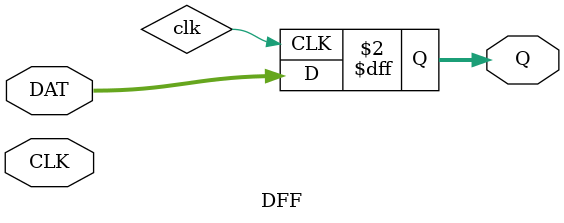
<source format=v>
module DFF (Q, CLK, DAT);
input CLK;
input [7:0] DAT;
output [7:0] Q;
always @(posedge clk)
Q = DAT;
specify
$setup (DAT, posedge CLK, 10);
endspecify
endmodule
</source>
